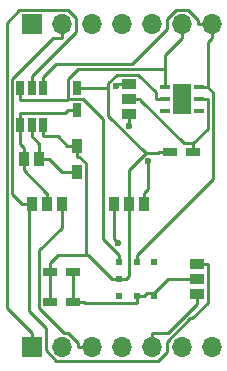
<source format=gtl>
G04 #@! TF.FileFunction,Copper,L1,Top,Signal*
%FSLAX46Y46*%
G04 Gerber Fmt 4.6, Leading zero omitted, Abs format (unit mm)*
G04 Created by KiCad (PCBNEW 4.0.7-e1-6374~58~ubuntu16.04.1) date Wed Aug  2 11:39:58 2017*
%MOMM*%
%LPD*%
G01*
G04 APERTURE LIST*
%ADD10C,0.100000*%
%ADD11R,0.750000X1.200000*%
%ADD12R,1.200000X0.750000*%
%ADD13R,0.970000X1.270000*%
%ADD14R,1.700000X1.700000*%
%ADD15O,1.700000X1.700000*%
%ADD16R,1.270000X0.970000*%
%ADD17R,0.900000X1.200000*%
%ADD18R,0.700000X1.300000*%
%ADD19R,0.600000X0.500000*%
%ADD20R,0.500000X0.600000*%
%ADD21R,0.850000X0.450000*%
%ADD22R,1.600000X2.500000*%
%ADD23C,0.600000*%
%ADD24C,0.250000*%
G04 APERTURE END LIST*
D10*
D11*
X172720000Y-110805000D03*
X172720000Y-108905000D03*
D12*
X172400000Y-127000000D03*
X170500000Y-127000000D03*
X182560000Y-114300000D03*
X180660000Y-114300000D03*
X172400000Y-124460000D03*
X170500000Y-124460000D03*
D13*
X168270000Y-114935000D03*
X169550000Y-114935000D03*
X168910000Y-118745000D03*
X170180000Y-118745000D03*
X171450000Y-118745000D03*
D14*
X168910000Y-130810000D03*
D15*
X171450000Y-130810000D03*
X173990000Y-130810000D03*
X176530000Y-130810000D03*
X179070000Y-130810000D03*
X181610000Y-130810000D03*
X184150000Y-130810000D03*
D14*
X168910000Y-103505000D03*
D15*
X171450000Y-103505000D03*
X173990000Y-103505000D03*
X176530000Y-103505000D03*
X179070000Y-103505000D03*
X181610000Y-103505000D03*
X184150000Y-103505000D03*
D16*
X182880000Y-123825000D03*
X182880000Y-125095000D03*
X182880000Y-126365000D03*
X177165000Y-108585000D03*
X177165000Y-109855000D03*
X177165000Y-111125000D03*
D17*
X172720000Y-116035000D03*
X172720000Y-113835000D03*
D18*
X167960000Y-112040000D03*
X168910000Y-112040000D03*
X169860000Y-112040000D03*
X169860000Y-108940000D03*
X168910000Y-108940000D03*
X167960000Y-108940000D03*
D19*
X176300000Y-126545000D03*
X177800000Y-126545000D03*
X179300000Y-126545000D03*
X179300000Y-123645000D03*
X177800000Y-123645000D03*
X176300000Y-123645000D03*
D20*
X176300000Y-125095000D03*
D21*
X180160000Y-108855000D03*
X180160000Y-109855000D03*
X180160000Y-110855000D03*
X183060000Y-110855000D03*
X183060000Y-109855000D03*
X183060000Y-108855000D03*
D22*
X181610000Y-109855000D03*
D13*
X178435000Y-118745000D03*
X177165000Y-118745000D03*
X175895000Y-118745000D03*
D23*
X176223500Y-122053000D03*
X176024100Y-108765600D03*
X177165000Y-112159400D03*
X178787700Y-115079700D03*
D24*
X168270000Y-114454800D02*
X168270000Y-113974700D01*
X168270000Y-114454800D02*
X168270000Y-114935000D01*
X170159400Y-117784700D02*
X170180000Y-117784700D01*
X168270000Y-115895300D02*
X170159400Y-117784700D01*
X168270000Y-114935000D02*
X168270000Y-115895300D01*
X170180000Y-118745000D02*
X170180000Y-117784700D01*
X167960000Y-113664700D02*
X167960000Y-112040000D01*
X168270000Y-113974700D02*
X167960000Y-113664700D01*
X171760000Y-111064700D02*
X172019700Y-110805000D01*
X167960000Y-111064700D02*
X171760000Y-111064700D01*
X167960000Y-112040000D02*
X167960000Y-111064700D01*
X172720000Y-110805000D02*
X172019700Y-110805000D01*
X175895000Y-121724500D02*
X175895000Y-118745000D01*
X176223500Y-122053000D02*
X175895000Y-121724500D01*
X172400000Y-127000000D02*
X173325300Y-127000000D01*
X173445600Y-127120300D02*
X173325300Y-127000000D01*
X177800000Y-127120300D02*
X173445600Y-127120300D01*
X177800000Y-126545000D02*
X177800000Y-127120300D01*
X172400000Y-124460000D02*
X172400000Y-127000000D01*
X179300000Y-126545000D02*
X179300000Y-126257300D01*
X177800000Y-126545000D02*
X178425300Y-126545000D01*
X178713000Y-126257300D02*
X178425300Y-126545000D01*
X179300000Y-126257300D02*
X178713000Y-126257300D01*
X180462300Y-125095000D02*
X182880000Y-125095000D01*
X179300000Y-126257300D02*
X180462300Y-125095000D01*
X183810300Y-112349400D02*
X182560000Y-113599700D01*
X183810300Y-109855000D02*
X183810300Y-112349400D01*
X183060000Y-109855000D02*
X183810300Y-109855000D01*
X182560000Y-114300000D02*
X182560000Y-113599700D01*
X181794600Y-113599700D02*
X182560000Y-113599700D01*
X178125300Y-109930400D02*
X181794600Y-113599700D01*
X178125300Y-109855000D02*
X178125300Y-109930400D01*
X177165000Y-109855000D02*
X178125300Y-109855000D01*
X169550000Y-113655300D02*
X169550000Y-114935000D01*
X168910000Y-113015300D02*
X169550000Y-113655300D01*
X168910000Y-112040000D02*
X168910000Y-113015300D01*
X171460300Y-116035000D02*
X170360300Y-114935000D01*
X172720000Y-116035000D02*
X171460300Y-116035000D01*
X169550000Y-114935000D02*
X170360300Y-114935000D01*
X167284600Y-117929900D02*
X168099700Y-118745000D01*
X167284600Y-108111100D02*
X167284600Y-117929900D01*
X170715400Y-104680300D02*
X167284600Y-108111100D01*
X171450000Y-104680300D02*
X170715400Y-104680300D01*
X171450000Y-103505000D02*
X171450000Y-104680300D01*
X168910000Y-118745000D02*
X168707500Y-118745000D01*
X168707500Y-118745000D02*
X168099700Y-118745000D01*
X183840300Y-127077000D02*
X183840300Y-123825000D01*
X182494600Y-128422700D02*
X183840300Y-127077000D01*
X182302200Y-128422700D02*
X182494600Y-128422700D01*
X180340000Y-130384900D02*
X182302200Y-128422700D01*
X180340000Y-131262500D02*
X180340000Y-130384900D01*
X179601500Y-132001000D02*
X180340000Y-131262500D01*
X170971200Y-132001000D02*
X179601500Y-132001000D01*
X170085400Y-131115200D02*
X170971200Y-132001000D01*
X170085400Y-129200700D02*
X170085400Y-131115200D01*
X168707500Y-127822800D02*
X170085400Y-129200700D01*
X168707500Y-118745000D02*
X168707500Y-127822800D01*
X182880000Y-123825000D02*
X183840300Y-123825000D01*
X177165000Y-108585000D02*
X176204700Y-108585000D01*
X176024100Y-108765600D02*
X176204700Y-108585000D01*
X171450000Y-120748900D02*
X171450000Y-118745000D01*
X169574600Y-122624300D02*
X171450000Y-120748900D01*
X169574600Y-127523100D02*
X169574600Y-122624300D01*
X171686200Y-129634700D02*
X169574600Y-127523100D01*
X171968400Y-129634700D02*
X171686200Y-129634700D01*
X172814700Y-130481000D02*
X171968400Y-129634700D01*
X172814700Y-130810000D02*
X172814700Y-130481000D01*
X173990000Y-130810000D02*
X172814700Y-130810000D01*
X166815000Y-127539700D02*
X168910000Y-129634700D01*
X166815000Y-103382000D02*
X166815000Y-127539700D01*
X167867400Y-102329600D02*
X166815000Y-103382000D01*
X171968600Y-102329600D02*
X167867400Y-102329600D01*
X172626100Y-102987100D02*
X171968600Y-102329600D01*
X172626100Y-104141100D02*
X172626100Y-102987100D01*
X168910000Y-107857200D02*
X172626100Y-104141100D01*
X168910000Y-108940000D02*
X168910000Y-107857200D01*
X168910000Y-130810000D02*
X168910000Y-129634700D01*
X177165000Y-112159400D02*
X177165000Y-111125000D01*
X180420600Y-129634700D02*
X182880000Y-127175300D01*
X179070000Y-129634700D02*
X180420600Y-129634700D01*
X179070000Y-130810000D02*
X179070000Y-129634700D01*
X182880000Y-126365000D02*
X182880000Y-127175300D01*
X178435000Y-118745000D02*
X178435000Y-117784700D01*
X178787700Y-117432000D02*
X178787700Y-115079700D01*
X178435000Y-117784700D02*
X178787700Y-117432000D01*
X181610000Y-103505000D02*
X181610000Y-104680300D01*
X176300000Y-123645000D02*
X176300000Y-123069700D01*
X167960000Y-108940000D02*
X167960000Y-109915300D01*
X173231000Y-109845700D02*
X172013900Y-109845700D01*
X174942700Y-111557400D02*
X173231000Y-109845700D01*
X174942700Y-121712400D02*
X174942700Y-111557400D01*
X176300000Y-123069700D02*
X174942700Y-121712400D01*
X171944300Y-109915300D02*
X167960000Y-109915300D01*
X172013900Y-109845700D02*
X171944300Y-109915300D01*
X172845700Y-107322200D02*
X180160000Y-107322200D01*
X172013900Y-108154000D02*
X172845700Y-107322200D01*
X172013900Y-109845700D02*
X172013900Y-108154000D01*
X180160000Y-108855000D02*
X180160000Y-107322200D01*
X180160000Y-106130300D02*
X181610000Y-104680300D01*
X180160000Y-107322200D02*
X180160000Y-106130300D01*
X183810300Y-105020000D02*
X184150000Y-104680300D01*
X183810300Y-108855000D02*
X183810300Y-105020000D01*
X183060000Y-108855000D02*
X183810300Y-108855000D01*
X184150000Y-103505000D02*
X184150000Y-104680300D01*
X184279600Y-109324300D02*
X183810300Y-108855000D01*
X184279600Y-116590100D02*
X184279600Y-109324300D01*
X177800000Y-123069700D02*
X184279600Y-116590100D01*
X177800000Y-123645000D02*
X177800000Y-123069700D01*
X169860000Y-108940000D02*
X169860000Y-107964700D01*
X184150000Y-103505000D02*
X182974700Y-103505000D01*
X170952900Y-106871800D02*
X169860000Y-107964700D01*
X177367400Y-106871800D02*
X170952900Y-106871800D01*
X180340000Y-103899200D02*
X177367400Y-106871800D01*
X180340000Y-103112600D02*
X180340000Y-103899200D01*
X181122900Y-102329700D02*
X180340000Y-103112600D01*
X182166800Y-102329700D02*
X181122900Y-102329700D01*
X182974700Y-103137600D02*
X182166800Y-102329700D01*
X182974700Y-103505000D02*
X182974700Y-103137600D01*
X171125000Y-113015300D02*
X171944700Y-113835000D01*
X169860000Y-113015300D02*
X171125000Y-113015300D01*
X169860000Y-112040000D02*
X169860000Y-113015300D01*
X170500000Y-127000000D02*
X170500000Y-124460000D01*
X176300000Y-125095000D02*
X175724700Y-125095000D01*
X172720000Y-113835000D02*
X171944700Y-113835000D01*
X172720000Y-113835000D02*
X172720000Y-114760300D01*
X177165000Y-124805300D02*
X176875300Y-125095000D01*
X177165000Y-118745000D02*
X177165000Y-124805300D01*
X176300000Y-125095000D02*
X176875300Y-125095000D01*
X177165000Y-118745000D02*
X177165000Y-117897300D01*
X172955400Y-114760300D02*
X172720000Y-114760300D01*
X173500100Y-115305000D02*
X172955400Y-114760300D01*
X173500100Y-123082200D02*
X173500100Y-115305000D01*
X173711900Y-123082200D02*
X173500100Y-123082200D01*
X175724700Y-125095000D02*
X173711900Y-123082200D01*
X171177500Y-123082200D02*
X170500000Y-123759700D01*
X173500100Y-123082200D02*
X171177500Y-123082200D01*
X170500000Y-124460000D02*
X170500000Y-123759700D01*
X180160000Y-109855000D02*
X179409700Y-109855000D01*
X172720000Y-108905000D02*
X173420300Y-108905000D01*
X175393100Y-108905000D02*
X173420300Y-108905000D01*
X179409700Y-109249600D02*
X179409700Y-109855000D01*
X177932700Y-107772600D02*
X179409700Y-109249600D01*
X176100800Y-107772600D02*
X177932700Y-107772600D01*
X175393100Y-108480300D02*
X176100800Y-107772600D01*
X175393100Y-108905000D02*
X175393100Y-108480300D01*
X180660000Y-114300000D02*
X179734700Y-114300000D01*
X179604700Y-114430000D02*
X178551300Y-114430000D01*
X179734700Y-114300000D02*
X179604700Y-114430000D01*
X175393100Y-111271800D02*
X178551300Y-114430000D01*
X175393100Y-108905000D02*
X175393100Y-111271800D01*
X177165000Y-115816300D02*
X177165000Y-117897300D01*
X178551300Y-114430000D02*
X177165000Y-115816300D01*
M02*

</source>
